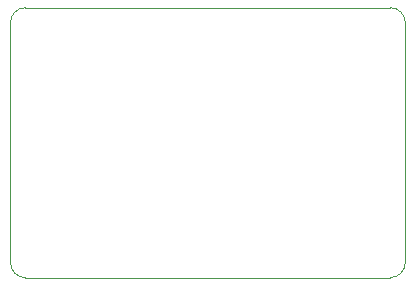
<source format=gbr>
%TF.GenerationSoftware,KiCad,Pcbnew,(6.0.1)*%
%TF.CreationDate,2022-04-11T23:27:34-04:00*%
%TF.ProjectId,TRS_Breakout,5452535f-4272-4656-916b-6f75742e6b69,rev?*%
%TF.SameCoordinates,Original*%
%TF.FileFunction,Profile,NP*%
%FSLAX46Y46*%
G04 Gerber Fmt 4.6, Leading zero omitted, Abs format (unit mm)*
G04 Created by KiCad (PCBNEW (6.0.1)) date 2022-04-11 23:27:34*
%MOMM*%
%LPD*%
G01*
G04 APERTURE LIST*
%TA.AperFunction,Profile*%
%ADD10C,0.100000*%
%TD*%
G04 APERTURE END LIST*
D10*
X113898026Y-114300000D02*
X144780000Y-114300000D01*
X112628026Y-113030000D02*
G75*
G03*
X113898026Y-114300000I1269999J-1D01*
G01*
X146050000Y-92710000D02*
G75*
G03*
X144780000Y-91440000I-1269999J1D01*
G01*
X144780000Y-91440000D02*
X113898026Y-91440000D01*
X113898026Y-91440000D02*
G75*
G03*
X112628026Y-92710000I-1J-1269999D01*
G01*
X112628026Y-92710000D02*
X112628026Y-113030000D01*
X146050000Y-113030000D02*
X146050000Y-92710000D01*
X144780000Y-114300000D02*
G75*
G03*
X146050000Y-113030000I1J1269999D01*
G01*
M02*

</source>
